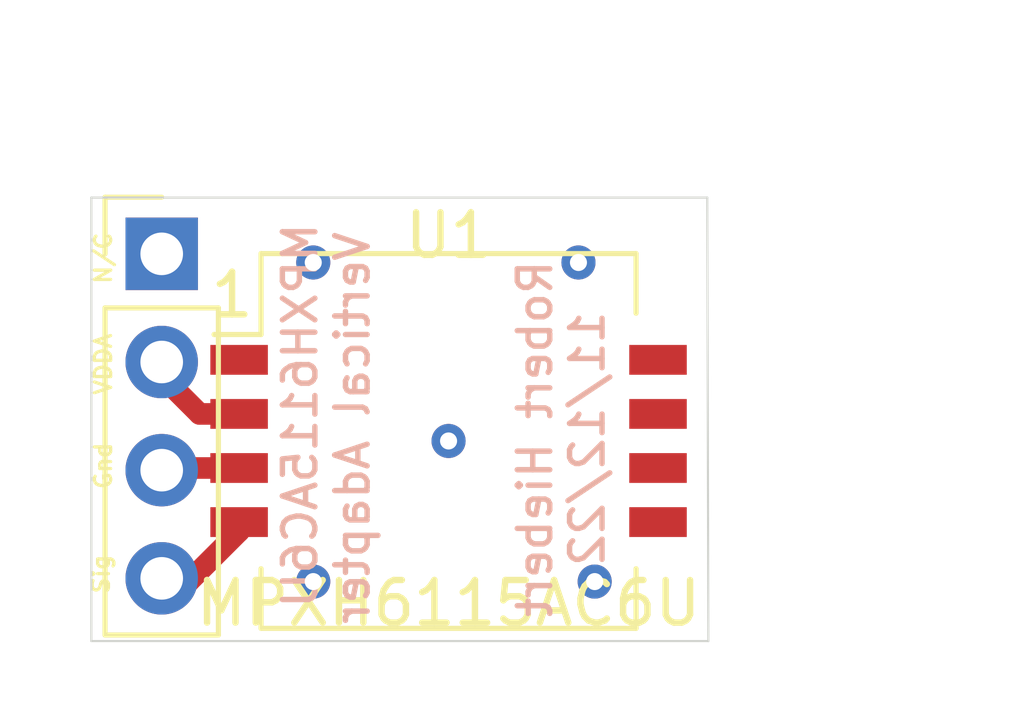
<source format=kicad_pcb>
(kicad_pcb (version 20171130) (host pcbnew "(5.1.6)-1")

  (general
    (thickness 1.6)
    (drawings 13)
    (tracks 12)
    (zones 0)
    (modules 2)
    (nets 10)
  )

  (page A4)
  (layers
    (0 F.Cu signal)
    (31 B.Cu signal)
    (32 B.Adhes user)
    (33 F.Adhes user)
    (34 B.Paste user)
    (35 F.Paste user)
    (36 B.SilkS user)
    (37 F.SilkS user)
    (38 B.Mask user)
    (39 F.Mask user)
    (40 Dwgs.User user)
    (41 Cmts.User user)
    (42 Eco1.User user)
    (43 Eco2.User user)
    (44 Edge.Cuts user)
    (45 Margin user)
    (46 B.CrtYd user)
    (47 F.CrtYd user)
    (48 B.Fab user)
    (49 F.Fab user)
  )

  (setup
    (last_trace_width 0.25)
    (trace_clearance 0.2)
    (zone_clearance 0.508)
    (zone_45_only no)
    (trace_min 0.2)
    (via_size 0.8)
    (via_drill 0.4)
    (via_min_size 0.4)
    (via_min_drill 0.3)
    (uvia_size 0.3)
    (uvia_drill 0.1)
    (uvias_allowed no)
    (uvia_min_size 0.2)
    (uvia_min_drill 0.1)
    (edge_width 0.05)
    (segment_width 0.2)
    (pcb_text_width 0.3)
    (pcb_text_size 1.5 1.5)
    (mod_edge_width 0.12)
    (mod_text_size 1 1)
    (mod_text_width 0.15)
    (pad_size 1.524 1.524)
    (pad_drill 0.762)
    (pad_to_mask_clearance 0.05)
    (aux_axis_origin 0 0)
    (visible_elements 7FFFF7FF)
    (pcbplotparams
      (layerselection 0x010fc_ffffffff)
      (usegerberextensions false)
      (usegerberattributes true)
      (usegerberadvancedattributes true)
      (creategerberjobfile true)
      (excludeedgelayer true)
      (linewidth 0.100000)
      (plotframeref false)
      (viasonmask false)
      (mode 1)
      (useauxorigin false)
      (hpglpennumber 1)
      (hpglpenspeed 20)
      (hpglpendiameter 15.000000)
      (psnegative false)
      (psa4output false)
      (plotreference true)
      (plotvalue true)
      (plotinvisibletext false)
      (padsonsilk false)
      (subtractmaskfromsilk false)
      (outputformat 1)
      (mirror false)
      (drillshape 0)
      (scaleselection 1)
      (outputdirectory ""))
  )

  (net 0 "")
  (net 1 GND)
  (net 2 +5V)
  (net 3 "Net-(U1-Pad7)")
  (net 4 "Net-(U1-Pad6)")
  (net 5 "Net-(U1-Pad5)")
  (net 6 "Net-(U1-Pad8)")
  (net 7 "Net-(U1-Pad1)")
  (net 8 "Net-(J1-Pad4)")
  (net 9 "Net-(J1-Pad1)")

  (net_class Default "This is the default net class."
    (clearance 0.2)
    (trace_width 0.25)
    (via_dia 0.8)
    (via_drill 0.4)
    (uvia_dia 0.3)
    (uvia_drill 0.1)
    (add_net +5V)
    (add_net GND)
    (add_net "Net-(J1-Pad1)")
    (add_net "Net-(J1-Pad4)")
    (add_net "Net-(U1-Pad1)")
    (add_net "Net-(U1-Pad5)")
    (add_net "Net-(U1-Pad6)")
    (add_net "Net-(U1-Pad7)")
    (add_net "Net-(U1-Pad8)")
  )

  (module Connector_PinHeader_2.54mm:PinHeader_1x04_P2.54mm_Vertical (layer F.Cu) (tedit 59FED5CC) (tstamp 637C4E62)
    (at 131.2164 87.4268)
    (descr "Through hole straight pin header, 1x04, 2.54mm pitch, single row")
    (tags "Through hole pin header THT 1x04 2.54mm single row")
    (path /637BEF3A)
    (fp_text reference J1 (at 0 -2.33) (layer F.Fab)
      (effects (font (size 1 1) (thickness 0.15)))
    )
    (fp_text value Conn_01x04_Male (at -2.9464 3.81 90) (layer F.Fab)
      (effects (font (size 1 1) (thickness 0.15)))
    )
    (fp_line (start -0.635 -1.27) (end 1.27 -1.27) (layer F.Fab) (width 0.1))
    (fp_line (start 1.27 -1.27) (end 1.27 8.89) (layer F.Fab) (width 0.1))
    (fp_line (start 1.27 8.89) (end -1.27 8.89) (layer F.Fab) (width 0.1))
    (fp_line (start -1.27 8.89) (end -1.27 -0.635) (layer F.Fab) (width 0.1))
    (fp_line (start -1.27 -0.635) (end -0.635 -1.27) (layer F.Fab) (width 0.1))
    (fp_line (start -1.33 8.95) (end 1.33 8.95) (layer F.SilkS) (width 0.12))
    (fp_line (start -1.33 1.27) (end -1.33 8.95) (layer F.SilkS) (width 0.12))
    (fp_line (start 1.33 1.27) (end 1.33 8.95) (layer F.SilkS) (width 0.12))
    (fp_line (start -1.33 1.27) (end 1.33 1.27) (layer F.SilkS) (width 0.12))
    (fp_line (start -1.33 0) (end -1.33 -1.33) (layer F.SilkS) (width 0.12))
    (fp_line (start -1.33 -1.33) (end 0 -1.33) (layer F.SilkS) (width 0.12))
    (fp_line (start -1.8 -1.8) (end -1.8 9.4) (layer F.CrtYd) (width 0.05))
    (fp_line (start -1.8 9.4) (end 1.8 9.4) (layer F.CrtYd) (width 0.05))
    (fp_line (start 1.8 9.4) (end 1.8 -1.8) (layer F.CrtYd) (width 0.05))
    (fp_line (start 1.8 -1.8) (end -1.8 -1.8) (layer F.CrtYd) (width 0.05))
    (fp_text user %R (at 0 3.81 90) (layer F.Fab)
      (effects (font (size 1 1) (thickness 0.15)))
    )
    (pad 4 thru_hole oval (at 0 7.62) (size 1.7 1.7) (drill 1) (layers *.Cu *.Mask)
      (net 8 "Net-(J1-Pad4)"))
    (pad 3 thru_hole oval (at 0 5.08) (size 1.7 1.7) (drill 1) (layers *.Cu *.Mask)
      (net 1 GND))
    (pad 2 thru_hole oval (at 0 2.54) (size 1.7 1.7) (drill 1) (layers *.Cu *.Mask)
      (net 2 +5V))
    (pad 1 thru_hole rect (at 0 0) (size 1.7 1.7) (drill 1) (layers *.Cu *.Mask)
      (net 9 "Net-(J1-Pad1)"))
    (model ${KISYS3DMOD}/Connector_PinHeader_2.54mm.3dshapes/PinHeader_1x04_P2.54mm_Vertical.wrl
      (at (xyz 0 0 0))
      (scale (xyz 1 1 1))
      (rotate (xyz 0 0 0))
    )
  )

  (module Sensor_Pressure:Freescale_98ARH99089A (layer F.Cu) (tedit 5A1222E7) (tstamp 61753F52)
    (at 137.9474 91.821)
    (descr https://www.nxp.com/docs/en/data-sheet/MPXH6250A.pdf)
    (tags "sensor pressure ssop 98ARH99089A")
    (path /6174A090)
    (attr smd)
    (fp_text reference U1 (at 0 -4.826) (layer F.SilkS)
      (effects (font (size 1 1) (thickness 0.15)))
    )
    (fp_text value MPXH6115AC6U (at 0 3.81) (layer F.SilkS)
      (effects (font (size 1 1) (thickness 0.15)))
    )
    (fp_line (start 4.25 -4.25) (end 4.25 4.25) (layer F.Fab) (width 0.1))
    (fp_line (start 4.25 4.25) (end -4.25 4.25) (layer F.Fab) (width 0.1))
    (fp_line (start -4.25 4.25) (end -4.25 -3.25) (layer F.Fab) (width 0.1))
    (fp_line (start -4.25 -3.25) (end -3.25 -4.25) (layer F.Fab) (width 0.1))
    (fp_line (start -3.25 -4.25) (end 4.25 -4.25) (layer F.Fab) (width 0.1))
    (fp_circle (center 0 0) (end 1.3 0) (layer F.Fab) (width 0.1))
    (fp_line (start 4.4 -3) (end 4.4 -4.4) (layer F.SilkS) (width 0.12))
    (fp_line (start 4.4 -4.4) (end -4.4 -4.4) (layer F.SilkS) (width 0.12))
    (fp_line (start -4.4 -4.4) (end -4.4 -2.5) (layer F.SilkS) (width 0.12))
    (fp_line (start -4.4 -2.5) (end -5.5 -2.5) (layer F.SilkS) (width 0.12))
    (fp_line (start -5.5 -2.5) (end -5.5 -2.5) (layer F.SilkS) (width 0.12))
    (fp_line (start 4.4 3) (end 4.4 4.4) (layer F.SilkS) (width 0.12))
    (fp_line (start 4.4 4.4) (end -4.4 4.4) (layer F.SilkS) (width 0.12))
    (fp_line (start -4.4 4.4) (end -4.4 3) (layer F.SilkS) (width 0.12))
    (fp_line (start -6 -2.75) (end -4.65 -2.75) (layer F.CrtYd) (width 0.05))
    (fp_line (start -4.65 -2.75) (end -4.65 -4.65) (layer F.CrtYd) (width 0.05))
    (fp_line (start -4.65 -4.65) (end 4.65 -4.65) (layer F.CrtYd) (width 0.05))
    (fp_line (start 4.65 -4.65) (end 4.65 -2.5) (layer F.CrtYd) (width 0.05))
    (fp_line (start 4.65 -2.5) (end 6 -2.5) (layer F.CrtYd) (width 0.05))
    (fp_line (start 6 -2.5) (end 6 2.5) (layer F.CrtYd) (width 0.05))
    (fp_line (start 6 2.5) (end 4.65 2.5) (layer F.CrtYd) (width 0.05))
    (fp_line (start 4.65 2.5) (end 4.65 4.65) (layer F.CrtYd) (width 0.05))
    (fp_line (start 4.65 4.65) (end -4.65 4.65) (layer F.CrtYd) (width 0.05))
    (fp_line (start -4.65 4.65) (end -4.65 2.5) (layer F.CrtYd) (width 0.05))
    (fp_line (start -4.65 2.5) (end -6 2.5) (layer F.CrtYd) (width 0.05))
    (fp_line (start -6 2.5) (end -6 -2.75) (layer F.CrtYd) (width 0.05))
    (fp_line (start -5.75 -2.75) (end -5.75 -2.75) (layer F.CrtYd) (width 0.05))
    (fp_circle (center 0 0) (end 1.6 0) (layer F.Fab) (width 0.1))
    (fp_text user %R (at 0.0254 -4.826) (layer F.Fab)
      (effects (font (size 1 1) (thickness 0.15)))
    )
    (pad 7 smd rect (at 4.9149 -0.635) (size 1.35 0.7) (layers F.Cu F.Paste F.Mask)
      (net 3 "Net-(U1-Pad7)"))
    (pad 6 smd rect (at 4.9149 0.635) (size 1.35 0.7) (layers F.Cu F.Paste F.Mask)
      (net 4 "Net-(U1-Pad6)"))
    (pad 5 smd rect (at 4.9149 1.905) (size 1.35 0.7) (layers F.Cu F.Paste F.Mask)
      (net 5 "Net-(U1-Pad5)"))
    (pad 8 smd rect (at 4.9149 -1.905) (size 1.35 0.7) (layers F.Cu F.Paste F.Mask)
      (net 6 "Net-(U1-Pad8)"))
    (pad 1 smd rect (at -4.9149 -1.905) (size 1.35 0.7) (layers F.Cu F.Paste F.Mask)
      (net 7 "Net-(U1-Pad1)"))
    (pad 2 smd rect (at -4.9149 -0.635) (size 1.35 0.7) (layers F.Cu F.Paste F.Mask)
      (net 2 +5V))
    (pad 3 smd rect (at -4.9149 0.635) (size 1.35 0.7) (layers F.Cu F.Paste F.Mask)
      (net 1 GND))
    (pad 4 smd rect (at -4.9149 1.905) (size 1.35 0.7) (layers F.Cu F.Paste F.Mask)
      (net 8 "Net-(J1-Pad4)"))
    (model ${KISYS3DMOD}/Sensor_Pressure.3dshapes/Freescale_98ARH99089A.wrl
      (at (xyz 0 0 0))
      (scale (xyz 1 1 1))
      (rotate (xyz 0 0 0))
    )
  )

  (gr_text Sig (at 129.794 94.9452 90) (layer F.SilkS)
    (effects (font (size 0.381 0.381) (thickness 0.0762)))
  )
  (gr_text Gnd (at 129.8448 92.4052 90) (layer F.SilkS)
    (effects (font (size 0.381 0.381) (thickness 0.0762)))
  )
  (gr_text VDDA (at 129.8448 90.0176 90) (layer F.SilkS)
    (effects (font (size 0.381 0.381) (thickness 0.0762)))
  )
  (gr_text N/C (at 129.8448 87.5284 90) (layer F.SilkS)
    (effects (font (size 0.381 0.381) (thickness 0.0762)))
  )
  (gr_text "Robert Hiebert\n11/12/22" (at 140.589 91.7702 90) (layer B.SilkS) (tstamp 637C5188)
    (effects (font (size 0.762 0.762) (thickness 0.127)) (justify mirror))
  )
  (gr_text "MPXH6115AC6U \nVertical Adapter" (at 135.0772 91.5162 90) (layer B.SilkS)
    (effects (font (size 0.762 0.762) (thickness 0.127)) (justify mirror))
  )
  (dimension 10.414031 (width 0.15) (layer Dwgs.User)
    (gr_text "0.4100 in" (at 147.807925 91.303787 270.1397455) (layer Dwgs.User)
      (effects (font (size 1 1) (thickness 0.15)))
    )
    (feature1 (pts (xy 144.0434 96.52) (xy 147.107048 96.512528)))
    (feature2 (pts (xy 144.018 86.106) (xy 147.081648 86.098528)))
    (crossbar (pts (xy 146.495229 86.099958) (xy 146.520629 96.513958)))
    (arrow1a (pts (xy 146.520629 96.513958) (xy 145.931462 95.388888)))
    (arrow1b (pts (xy 146.520629 96.513958) (xy 147.1043 95.386027)))
    (arrow2a (pts (xy 146.495229 86.099958) (xy 145.911558 87.227889)))
    (arrow2b (pts (xy 146.495229 86.099958) (xy 147.084396 87.225028)))
  )
  (dimension 14.4526 (width 0.15) (layer Dwgs.User)
    (gr_text "0.5690 in" (at 136.7917 82.1644) (layer Dwgs.User)
      (effects (font (size 1 1) (thickness 0.15)))
    )
    (feature1 (pts (xy 144.018 86.106) (xy 144.018 82.877979)))
    (feature2 (pts (xy 129.5654 86.106) (xy 129.5654 82.877979)))
    (crossbar (pts (xy 129.5654 83.4644) (xy 144.018 83.4644)))
    (arrow1a (pts (xy 144.018 83.4644) (xy 142.891496 84.050821)))
    (arrow1b (pts (xy 144.018 83.4644) (xy 142.891496 82.877979)))
    (arrow2a (pts (xy 129.5654 83.4644) (xy 130.691904 84.050821)))
    (arrow2b (pts (xy 129.5654 83.4644) (xy 130.691904 82.877979)))
  )
  (gr_line (start 144.018 86.106) (end 144.0434 96.52) (layer Edge.Cuts) (width 0.05) (tstamp 637C5085))
  (gr_line (start 129.5654 96.52) (end 144.0434 96.52) (layer Edge.Cuts) (width 0.05))
  (gr_line (start 129.5654 86.106) (end 144.018 86.106) (layer Edge.Cuts) (width 0.05) (tstamp 637C5074))
  (gr_text 1 (at 132.8674 88.392) (layer F.SilkS)
    (effects (font (size 1 1) (thickness 0.15)))
  )
  (gr_line (start 129.5654 96.52) (end 129.5654 86.106) (layer Edge.Cuts) (width 0.05) (tstamp 61761790))

  (via (at 140.9954 87.63) (size 0.8) (drill 0.4) (layers F.Cu B.Cu) (net 1))
  (via (at 134.7724 87.63) (size 0.8) (drill 0.4) (layers F.Cu B.Cu) (net 1))
  (via (at 134.7724 95.123) (size 0.8) (drill 0.4) (layers F.Cu B.Cu) (net 1))
  (via (at 141.3764 95.123) (size 0.8) (drill 0.4) (layers F.Cu B.Cu) (net 1))
  (via (at 137.9474 91.821) (size 0.8) (drill 0.4) (layers F.Cu B.Cu) (net 1))
  (segment (start 131.0894 92.456) (end 130.9624 92.583) (width 0.508) (layer F.Cu) (net 1))
  (segment (start 133.0325 92.456) (end 131.0894 92.456) (width 0.508) (layer F.Cu) (net 1))
  (segment (start 132.1054 91.186) (end 130.9624 90.043) (width 0.508) (layer F.Cu) (net 2))
  (segment (start 133.0325 91.186) (end 132.1054 91.186) (width 0.508) (layer F.Cu) (net 2))
  (segment (start 133.0325 93.726) (end 133.0325 93.9419) (width 0.508) (layer F.Cu) (net 8))
  (segment (start 131.8514 95.123) (end 130.9624 95.123) (width 0.508) (layer F.Cu) (net 8))
  (segment (start 133.0325 93.9419) (end 131.8514 95.123) (width 0.508) (layer F.Cu) (net 8))

  (zone (net 1) (net_name GND) (layer F.Cu) (tstamp 0) (hatch edge 0.508)
    (connect_pads (clearance 0.508))
    (min_thickness 0.254)
    (fill (arc_segments 32) (thermal_gap 0.508) (thermal_bridge_width 0.508))
    (polygon
      (pts
        (xy 144.018 96.52) (xy 129.54 96.52) (xy 129.54 86.106) (xy 144.018 86.106)
      )
    )
  )
  (zone (net 1) (net_name GND) (layer B.Cu) (tstamp 0) (hatch edge 0.508)
    (connect_pads (clearance 0.508))
    (min_thickness 0.254)
    (fill (arc_segments 32) (thermal_gap 0.508) (thermal_bridge_width 0.508))
    (polygon
      (pts
        (xy 144.018 96.52) (xy 129.54 96.52) (xy 129.54 86.106) (xy 144.018 86.106)
      )
    )
  )
)

</source>
